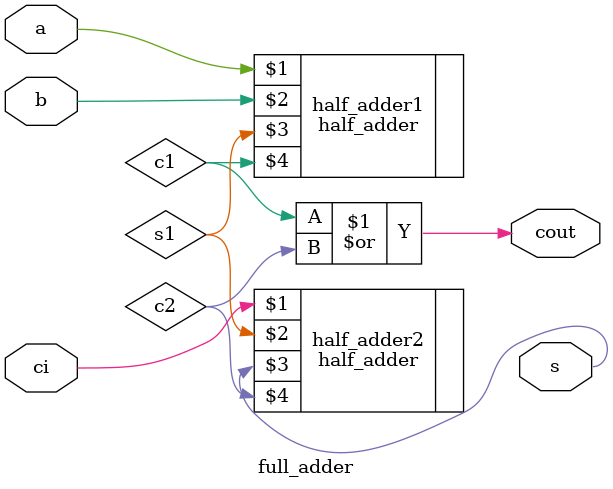
<source format=v>
`timescale 1ns / 1 ns
module full_adder(
input a,
input b,
input ci,
output s,
output cout
);
wire c1, s1,c2;

half_adder half_adder1(a, b, s1, c1);
half_adder half_adder2(ci, s1, s, c2);
or(cout, c1, c2);

endmodule

</source>
